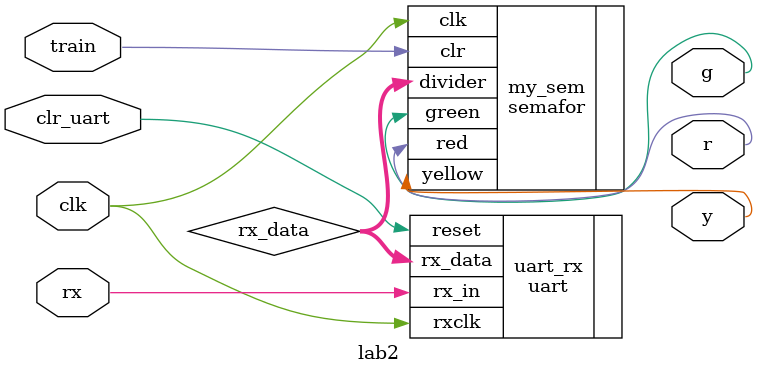
<source format=v>
module lab2 (
	clk,
	train,
	rx,
	clr_uart,
	r,
	y,
	g
);

input wire	clk;
input wire	train;
input wire	rx; 
input wire	clr_uart;
output wire	r;
output wire	y;
output wire	g;

wire [1:0] rx_data;

semafor my_sem(.clk(clk), .clr(train), .divider(rx_data),
	.red(r), .yellow(y), .green(g));

uart uart_rx(.reset(clr_uart), .rxclk(clk), 
	.rx_data(rx_data), .rx_in(rx));
	
endmodule

</source>
